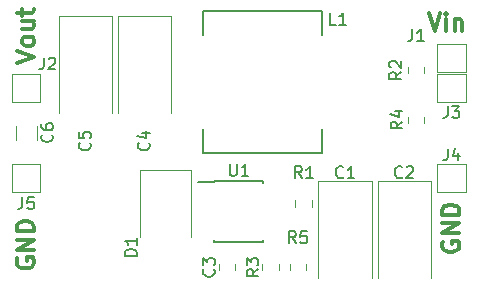
<source format=gbr>
G04 #@! TF.GenerationSoftware,KiCad,Pcbnew,5.0.2-bee76a0~70~ubuntu18.04.1*
G04 #@! TF.CreationDate,2019-06-05T16:51:15+03:00*
G04 #@! TF.ProjectId,mini_DCDC,6d696e69-5f44-4434-9443-2e6b69636164,rev?*
G04 #@! TF.SameCoordinates,Original*
G04 #@! TF.FileFunction,Legend,Top*
G04 #@! TF.FilePolarity,Positive*
%FSLAX46Y46*%
G04 Gerber Fmt 4.6, Leading zero omitted, Abs format (unit mm)*
G04 Created by KiCad (PCBNEW 5.0.2-bee76a0~70~ubuntu18.04.1) date Ср 05 июн 2019 16:51:15*
%MOMM*%
%LPD*%
G01*
G04 APERTURE LIST*
%ADD10C,0.300000*%
%ADD11C,0.120000*%
%ADD12C,0.150000*%
G04 APERTURE END LIST*
D10*
X51178571Y-79385714D02*
X52678571Y-78885714D01*
X51178571Y-78385714D01*
X52678571Y-77671428D02*
X52607142Y-77814285D01*
X52535714Y-77885714D01*
X52392857Y-77957142D01*
X51964285Y-77957142D01*
X51821428Y-77885714D01*
X51750000Y-77814285D01*
X51678571Y-77671428D01*
X51678571Y-77457142D01*
X51750000Y-77314285D01*
X51821428Y-77242857D01*
X51964285Y-77171428D01*
X52392857Y-77171428D01*
X52535714Y-77242857D01*
X52607142Y-77314285D01*
X52678571Y-77457142D01*
X52678571Y-77671428D01*
X51678571Y-75885714D02*
X52678571Y-75885714D01*
X51678571Y-76528571D02*
X52464285Y-76528571D01*
X52607142Y-76457142D01*
X52678571Y-76314285D01*
X52678571Y-76100000D01*
X52607142Y-75957142D01*
X52535714Y-75885714D01*
X51678571Y-75385714D02*
X51678571Y-74814285D01*
X51178571Y-75171428D02*
X52464285Y-75171428D01*
X52607142Y-75100000D01*
X52678571Y-74957142D01*
X52678571Y-74814285D01*
X51250000Y-95942857D02*
X51178571Y-96085714D01*
X51178571Y-96300000D01*
X51250000Y-96514285D01*
X51392857Y-96657142D01*
X51535714Y-96728571D01*
X51821428Y-96800000D01*
X52035714Y-96800000D01*
X52321428Y-96728571D01*
X52464285Y-96657142D01*
X52607142Y-96514285D01*
X52678571Y-96300000D01*
X52678571Y-96157142D01*
X52607142Y-95942857D01*
X52535714Y-95871428D01*
X52035714Y-95871428D01*
X52035714Y-96157142D01*
X52678571Y-95228571D02*
X51178571Y-95228571D01*
X52678571Y-94371428D01*
X51178571Y-94371428D01*
X52678571Y-93657142D02*
X51178571Y-93657142D01*
X51178571Y-93300000D01*
X51250000Y-93085714D01*
X51392857Y-92942857D01*
X51535714Y-92871428D01*
X51821428Y-92800000D01*
X52035714Y-92800000D01*
X52321428Y-92871428D01*
X52464285Y-92942857D01*
X52607142Y-93085714D01*
X52678571Y-93300000D01*
X52678571Y-93657142D01*
X87250000Y-94542857D02*
X87178571Y-94685714D01*
X87178571Y-94900000D01*
X87250000Y-95114285D01*
X87392857Y-95257142D01*
X87535714Y-95328571D01*
X87821428Y-95400000D01*
X88035714Y-95400000D01*
X88321428Y-95328571D01*
X88464285Y-95257142D01*
X88607142Y-95114285D01*
X88678571Y-94900000D01*
X88678571Y-94757142D01*
X88607142Y-94542857D01*
X88535714Y-94471428D01*
X88035714Y-94471428D01*
X88035714Y-94757142D01*
X88678571Y-93828571D02*
X87178571Y-93828571D01*
X88678571Y-92971428D01*
X87178571Y-92971428D01*
X88678571Y-92257142D02*
X87178571Y-92257142D01*
X87178571Y-91900000D01*
X87250000Y-91685714D01*
X87392857Y-91542857D01*
X87535714Y-91471428D01*
X87821428Y-91400000D01*
X88035714Y-91400000D01*
X88321428Y-91471428D01*
X88464285Y-91542857D01*
X88607142Y-91685714D01*
X88678571Y-91900000D01*
X88678571Y-92257142D01*
X86064285Y-75178571D02*
X86564285Y-76678571D01*
X87064285Y-75178571D01*
X87564285Y-76678571D02*
X87564285Y-75678571D01*
X87564285Y-75178571D02*
X87492857Y-75250000D01*
X87564285Y-75321428D01*
X87635714Y-75250000D01*
X87564285Y-75178571D01*
X87564285Y-75321428D01*
X88278571Y-75678571D02*
X88278571Y-76678571D01*
X88278571Y-75821428D02*
X88350000Y-75750000D01*
X88492857Y-75678571D01*
X88707142Y-75678571D01*
X88850000Y-75750000D01*
X88921428Y-75892857D01*
X88921428Y-76678571D01*
D11*
G04 #@! TO.C,C3*
X69710000Y-96438748D02*
X69710000Y-96961252D01*
X68290000Y-96438748D02*
X68290000Y-96961252D01*
G04 #@! TO.C,C6*
X52910000Y-84697936D02*
X52910000Y-85902064D01*
X51090000Y-84697936D02*
X51090000Y-85902064D01*
G04 #@! TO.C,C1*
X76740000Y-89415000D02*
X76740000Y-97650000D01*
X81260000Y-89415000D02*
X76740000Y-89415000D01*
X81260000Y-97650000D02*
X81260000Y-89415000D01*
G04 #@! TO.C,C2*
X86260000Y-97650000D02*
X86260000Y-89415000D01*
X86260000Y-89415000D02*
X81740000Y-89415000D01*
X81740000Y-89415000D02*
X81740000Y-97650000D01*
G04 #@! TO.C,C4*
X59740000Y-75415000D02*
X59740000Y-83650000D01*
X64260000Y-75415000D02*
X59740000Y-75415000D01*
X64260000Y-83650000D02*
X64260000Y-75415000D01*
G04 #@! TO.C,C5*
X59260000Y-83650000D02*
X59260000Y-75415000D01*
X59260000Y-75415000D02*
X54740000Y-75415000D01*
X54740000Y-75415000D02*
X54740000Y-83650000D01*
G04 #@! TO.C,D1*
X65950000Y-88450000D02*
X61650000Y-88450000D01*
X61650000Y-88450000D02*
X61650000Y-94150000D01*
X65950000Y-88450000D02*
X65950000Y-94150000D01*
D12*
G04 #@! TO.C,U1*
X67925000Y-89425000D02*
X67925000Y-89475000D01*
X72075000Y-89425000D02*
X72075000Y-89570000D01*
X72075000Y-94575000D02*
X72075000Y-94430000D01*
X67925000Y-94575000D02*
X67925000Y-94430000D01*
X67925000Y-89425000D02*
X72075000Y-89425000D01*
X67925000Y-94575000D02*
X72075000Y-94575000D01*
X67925000Y-89475000D02*
X66525000Y-89475000D01*
D11*
G04 #@! TO.C,R5*
X75710000Y-96438748D02*
X75710000Y-96961252D01*
X74290000Y-96438748D02*
X74290000Y-96961252D01*
G04 #@! TO.C,R4*
X84290000Y-83938748D02*
X84290000Y-84461252D01*
X85710000Y-83938748D02*
X85710000Y-84461252D01*
G04 #@! TO.C,R3*
X71990000Y-96961252D02*
X71990000Y-96438748D01*
X73410000Y-96961252D02*
X73410000Y-96438748D01*
G04 #@! TO.C,R1*
X76210000Y-91561252D02*
X76210000Y-91038748D01*
X74790000Y-91561252D02*
X74790000Y-91038748D01*
G04 #@! TO.C,R2*
X85710000Y-79738748D02*
X85710000Y-80261252D01*
X84290000Y-79738748D02*
X84290000Y-80261252D01*
G04 #@! TO.C,J5*
X50800000Y-87960000D02*
X53200000Y-87960000D01*
X53200000Y-87960000D02*
X53200000Y-90360000D01*
X53200000Y-90360000D02*
X50800000Y-90360000D01*
X50800000Y-90360000D02*
X50800000Y-87960000D01*
G04 #@! TO.C,J4*
X86800000Y-90360000D02*
X86800000Y-87960000D01*
X89200000Y-90360000D02*
X86800000Y-90360000D01*
X89200000Y-87960000D02*
X89200000Y-90360000D01*
X86800000Y-87960000D02*
X89200000Y-87960000D01*
G04 #@! TO.C,J3*
X86800000Y-80340000D02*
X89200000Y-80340000D01*
X89200000Y-80340000D02*
X89200000Y-82740000D01*
X89200000Y-82740000D02*
X86800000Y-82740000D01*
X86800000Y-82740000D02*
X86800000Y-80340000D01*
G04 #@! TO.C,J2*
X50800000Y-82740000D02*
X50800000Y-80340000D01*
X53200000Y-82740000D02*
X50800000Y-82740000D01*
X53200000Y-80340000D02*
X53200000Y-82740000D01*
X50800000Y-80340000D02*
X53200000Y-80340000D01*
G04 #@! TO.C,J1*
X86800000Y-77800000D02*
X89200000Y-77800000D01*
X89200000Y-77800000D02*
X89200000Y-80200000D01*
X89200000Y-80200000D02*
X86800000Y-80200000D01*
X86800000Y-80200000D02*
X86800000Y-77800000D01*
D12*
G04 #@! TO.C,L1*
X77000000Y-87000000D02*
X67000000Y-87000000D01*
X67000000Y-87000000D02*
X67000000Y-85000000D01*
X77000000Y-87000000D02*
X77000000Y-85000000D01*
X77000000Y-77000000D02*
X77000000Y-75000000D01*
X77000000Y-75000000D02*
X67000000Y-75000000D01*
X67000000Y-75000000D02*
X67000000Y-77000000D01*
G04 #@! TO.C,C3*
X67857142Y-96866666D02*
X67904761Y-96914285D01*
X67952380Y-97057142D01*
X67952380Y-97152380D01*
X67904761Y-97295238D01*
X67809523Y-97390476D01*
X67714285Y-97438095D01*
X67523809Y-97485714D01*
X67380952Y-97485714D01*
X67190476Y-97438095D01*
X67095238Y-97390476D01*
X67000000Y-97295238D01*
X66952380Y-97152380D01*
X66952380Y-97057142D01*
X67000000Y-96914285D01*
X67047619Y-96866666D01*
X66952380Y-96533333D02*
X66952380Y-95914285D01*
X67333333Y-96247619D01*
X67333333Y-96104761D01*
X67380952Y-96009523D01*
X67428571Y-95961904D01*
X67523809Y-95914285D01*
X67761904Y-95914285D01*
X67857142Y-95961904D01*
X67904761Y-96009523D01*
X67952380Y-96104761D01*
X67952380Y-96390476D01*
X67904761Y-96485714D01*
X67857142Y-96533333D01*
G04 #@! TO.C,C6*
X54157142Y-85466666D02*
X54204761Y-85514285D01*
X54252380Y-85657142D01*
X54252380Y-85752380D01*
X54204761Y-85895238D01*
X54109523Y-85990476D01*
X54014285Y-86038095D01*
X53823809Y-86085714D01*
X53680952Y-86085714D01*
X53490476Y-86038095D01*
X53395238Y-85990476D01*
X53300000Y-85895238D01*
X53252380Y-85752380D01*
X53252380Y-85657142D01*
X53300000Y-85514285D01*
X53347619Y-85466666D01*
X53252380Y-84609523D02*
X53252380Y-84800000D01*
X53300000Y-84895238D01*
X53347619Y-84942857D01*
X53490476Y-85038095D01*
X53680952Y-85085714D01*
X54061904Y-85085714D01*
X54157142Y-85038095D01*
X54204761Y-84990476D01*
X54252380Y-84895238D01*
X54252380Y-84704761D01*
X54204761Y-84609523D01*
X54157142Y-84561904D01*
X54061904Y-84514285D01*
X53823809Y-84514285D01*
X53728571Y-84561904D01*
X53680952Y-84609523D01*
X53633333Y-84704761D01*
X53633333Y-84895238D01*
X53680952Y-84990476D01*
X53728571Y-85038095D01*
X53823809Y-85085714D01*
G04 #@! TO.C,C1*
X78833333Y-89057142D02*
X78785714Y-89104761D01*
X78642857Y-89152380D01*
X78547619Y-89152380D01*
X78404761Y-89104761D01*
X78309523Y-89009523D01*
X78261904Y-88914285D01*
X78214285Y-88723809D01*
X78214285Y-88580952D01*
X78261904Y-88390476D01*
X78309523Y-88295238D01*
X78404761Y-88200000D01*
X78547619Y-88152380D01*
X78642857Y-88152380D01*
X78785714Y-88200000D01*
X78833333Y-88247619D01*
X79785714Y-89152380D02*
X79214285Y-89152380D01*
X79500000Y-89152380D02*
X79500000Y-88152380D01*
X79404761Y-88295238D01*
X79309523Y-88390476D01*
X79214285Y-88438095D01*
G04 #@! TO.C,C2*
X83833333Y-89057142D02*
X83785714Y-89104761D01*
X83642857Y-89152380D01*
X83547619Y-89152380D01*
X83404761Y-89104761D01*
X83309523Y-89009523D01*
X83261904Y-88914285D01*
X83214285Y-88723809D01*
X83214285Y-88580952D01*
X83261904Y-88390476D01*
X83309523Y-88295238D01*
X83404761Y-88200000D01*
X83547619Y-88152380D01*
X83642857Y-88152380D01*
X83785714Y-88200000D01*
X83833333Y-88247619D01*
X84214285Y-88247619D02*
X84261904Y-88200000D01*
X84357142Y-88152380D01*
X84595238Y-88152380D01*
X84690476Y-88200000D01*
X84738095Y-88247619D01*
X84785714Y-88342857D01*
X84785714Y-88438095D01*
X84738095Y-88580952D01*
X84166666Y-89152380D01*
X84785714Y-89152380D01*
G04 #@! TO.C,C4*
X62357142Y-86166666D02*
X62404761Y-86214285D01*
X62452380Y-86357142D01*
X62452380Y-86452380D01*
X62404761Y-86595238D01*
X62309523Y-86690476D01*
X62214285Y-86738095D01*
X62023809Y-86785714D01*
X61880952Y-86785714D01*
X61690476Y-86738095D01*
X61595238Y-86690476D01*
X61500000Y-86595238D01*
X61452380Y-86452380D01*
X61452380Y-86357142D01*
X61500000Y-86214285D01*
X61547619Y-86166666D01*
X61785714Y-85309523D02*
X62452380Y-85309523D01*
X61404761Y-85547619D02*
X62119047Y-85785714D01*
X62119047Y-85166666D01*
G04 #@! TO.C,C5*
X57357142Y-86166666D02*
X57404761Y-86214285D01*
X57452380Y-86357142D01*
X57452380Y-86452380D01*
X57404761Y-86595238D01*
X57309523Y-86690476D01*
X57214285Y-86738095D01*
X57023809Y-86785714D01*
X56880952Y-86785714D01*
X56690476Y-86738095D01*
X56595238Y-86690476D01*
X56500000Y-86595238D01*
X56452380Y-86452380D01*
X56452380Y-86357142D01*
X56500000Y-86214285D01*
X56547619Y-86166666D01*
X56452380Y-85261904D02*
X56452380Y-85738095D01*
X56928571Y-85785714D01*
X56880952Y-85738095D01*
X56833333Y-85642857D01*
X56833333Y-85404761D01*
X56880952Y-85309523D01*
X56928571Y-85261904D01*
X57023809Y-85214285D01*
X57261904Y-85214285D01*
X57357142Y-85261904D01*
X57404761Y-85309523D01*
X57452380Y-85404761D01*
X57452380Y-85642857D01*
X57404761Y-85738095D01*
X57357142Y-85785714D01*
G04 #@! TO.C,D1*
X61352380Y-95738095D02*
X60352380Y-95738095D01*
X60352380Y-95500000D01*
X60400000Y-95357142D01*
X60495238Y-95261904D01*
X60590476Y-95214285D01*
X60780952Y-95166666D01*
X60923809Y-95166666D01*
X61114285Y-95214285D01*
X61209523Y-95261904D01*
X61304761Y-95357142D01*
X61352380Y-95500000D01*
X61352380Y-95738095D01*
X61352380Y-94214285D02*
X61352380Y-94785714D01*
X61352380Y-94500000D02*
X60352380Y-94500000D01*
X60495238Y-94595238D01*
X60590476Y-94690476D01*
X60638095Y-94785714D01*
G04 #@! TO.C,U1*
X69238095Y-87952380D02*
X69238095Y-88761904D01*
X69285714Y-88857142D01*
X69333333Y-88904761D01*
X69428571Y-88952380D01*
X69619047Y-88952380D01*
X69714285Y-88904761D01*
X69761904Y-88857142D01*
X69809523Y-88761904D01*
X69809523Y-87952380D01*
X70809523Y-88952380D02*
X70238095Y-88952380D01*
X70523809Y-88952380D02*
X70523809Y-87952380D01*
X70428571Y-88095238D01*
X70333333Y-88190476D01*
X70238095Y-88238095D01*
G04 #@! TO.C,R5*
X74833333Y-94652380D02*
X74500000Y-94176190D01*
X74261904Y-94652380D02*
X74261904Y-93652380D01*
X74642857Y-93652380D01*
X74738095Y-93700000D01*
X74785714Y-93747619D01*
X74833333Y-93842857D01*
X74833333Y-93985714D01*
X74785714Y-94080952D01*
X74738095Y-94128571D01*
X74642857Y-94176190D01*
X74261904Y-94176190D01*
X75738095Y-93652380D02*
X75261904Y-93652380D01*
X75214285Y-94128571D01*
X75261904Y-94080952D01*
X75357142Y-94033333D01*
X75595238Y-94033333D01*
X75690476Y-94080952D01*
X75738095Y-94128571D01*
X75785714Y-94223809D01*
X75785714Y-94461904D01*
X75738095Y-94557142D01*
X75690476Y-94604761D01*
X75595238Y-94652380D01*
X75357142Y-94652380D01*
X75261904Y-94604761D01*
X75214285Y-94557142D01*
G04 #@! TO.C,R4*
X83852380Y-84366666D02*
X83376190Y-84700000D01*
X83852380Y-84938095D02*
X82852380Y-84938095D01*
X82852380Y-84557142D01*
X82900000Y-84461904D01*
X82947619Y-84414285D01*
X83042857Y-84366666D01*
X83185714Y-84366666D01*
X83280952Y-84414285D01*
X83328571Y-84461904D01*
X83376190Y-84557142D01*
X83376190Y-84938095D01*
X83185714Y-83509523D02*
X83852380Y-83509523D01*
X82804761Y-83747619D02*
X83519047Y-83985714D01*
X83519047Y-83366666D01*
G04 #@! TO.C,R3*
X71652380Y-96866666D02*
X71176190Y-97200000D01*
X71652380Y-97438095D02*
X70652380Y-97438095D01*
X70652380Y-97057142D01*
X70700000Y-96961904D01*
X70747619Y-96914285D01*
X70842857Y-96866666D01*
X70985714Y-96866666D01*
X71080952Y-96914285D01*
X71128571Y-96961904D01*
X71176190Y-97057142D01*
X71176190Y-97438095D01*
X70652380Y-96533333D02*
X70652380Y-95914285D01*
X71033333Y-96247619D01*
X71033333Y-96104761D01*
X71080952Y-96009523D01*
X71128571Y-95961904D01*
X71223809Y-95914285D01*
X71461904Y-95914285D01*
X71557142Y-95961904D01*
X71604761Y-96009523D01*
X71652380Y-96104761D01*
X71652380Y-96390476D01*
X71604761Y-96485714D01*
X71557142Y-96533333D01*
G04 #@! TO.C,R1*
X75333333Y-89152380D02*
X75000000Y-88676190D01*
X74761904Y-89152380D02*
X74761904Y-88152380D01*
X75142857Y-88152380D01*
X75238095Y-88200000D01*
X75285714Y-88247619D01*
X75333333Y-88342857D01*
X75333333Y-88485714D01*
X75285714Y-88580952D01*
X75238095Y-88628571D01*
X75142857Y-88676190D01*
X74761904Y-88676190D01*
X76285714Y-89152380D02*
X75714285Y-89152380D01*
X76000000Y-89152380D02*
X76000000Y-88152380D01*
X75904761Y-88295238D01*
X75809523Y-88390476D01*
X75714285Y-88438095D01*
G04 #@! TO.C,R2*
X83752380Y-80166666D02*
X83276190Y-80500000D01*
X83752380Y-80738095D02*
X82752380Y-80738095D01*
X82752380Y-80357142D01*
X82800000Y-80261904D01*
X82847619Y-80214285D01*
X82942857Y-80166666D01*
X83085714Y-80166666D01*
X83180952Y-80214285D01*
X83228571Y-80261904D01*
X83276190Y-80357142D01*
X83276190Y-80738095D01*
X82847619Y-79785714D02*
X82800000Y-79738095D01*
X82752380Y-79642857D01*
X82752380Y-79404761D01*
X82800000Y-79309523D01*
X82847619Y-79261904D01*
X82942857Y-79214285D01*
X83038095Y-79214285D01*
X83180952Y-79261904D01*
X83752380Y-79833333D01*
X83752380Y-79214285D01*
G04 #@! TO.C,J5*
X51666666Y-90752380D02*
X51666666Y-91466666D01*
X51619047Y-91609523D01*
X51523809Y-91704761D01*
X51380952Y-91752380D01*
X51285714Y-91752380D01*
X52619047Y-90752380D02*
X52142857Y-90752380D01*
X52095238Y-91228571D01*
X52142857Y-91180952D01*
X52238095Y-91133333D01*
X52476190Y-91133333D01*
X52571428Y-91180952D01*
X52619047Y-91228571D01*
X52666666Y-91323809D01*
X52666666Y-91561904D01*
X52619047Y-91657142D01*
X52571428Y-91704761D01*
X52476190Y-91752380D01*
X52238095Y-91752380D01*
X52142857Y-91704761D01*
X52095238Y-91657142D01*
G04 #@! TO.C,J4*
X87666666Y-86652380D02*
X87666666Y-87366666D01*
X87619047Y-87509523D01*
X87523809Y-87604761D01*
X87380952Y-87652380D01*
X87285714Y-87652380D01*
X88571428Y-86985714D02*
X88571428Y-87652380D01*
X88333333Y-86604761D02*
X88095238Y-87319047D01*
X88714285Y-87319047D01*
G04 #@! TO.C,J3*
X87666666Y-83052380D02*
X87666666Y-83766666D01*
X87619047Y-83909523D01*
X87523809Y-84004761D01*
X87380952Y-84052380D01*
X87285714Y-84052380D01*
X88047619Y-83052380D02*
X88666666Y-83052380D01*
X88333333Y-83433333D01*
X88476190Y-83433333D01*
X88571428Y-83480952D01*
X88619047Y-83528571D01*
X88666666Y-83623809D01*
X88666666Y-83861904D01*
X88619047Y-83957142D01*
X88571428Y-84004761D01*
X88476190Y-84052380D01*
X88190476Y-84052380D01*
X88095238Y-84004761D01*
X88047619Y-83957142D01*
G04 #@! TO.C,J2*
X53466666Y-78952380D02*
X53466666Y-79666666D01*
X53419047Y-79809523D01*
X53323809Y-79904761D01*
X53180952Y-79952380D01*
X53085714Y-79952380D01*
X53895238Y-79047619D02*
X53942857Y-79000000D01*
X54038095Y-78952380D01*
X54276190Y-78952380D01*
X54371428Y-79000000D01*
X54419047Y-79047619D01*
X54466666Y-79142857D01*
X54466666Y-79238095D01*
X54419047Y-79380952D01*
X53847619Y-79952380D01*
X54466666Y-79952380D01*
G04 #@! TO.C,J1*
X84666666Y-76552380D02*
X84666666Y-77266666D01*
X84619047Y-77409523D01*
X84523809Y-77504761D01*
X84380952Y-77552380D01*
X84285714Y-77552380D01*
X85666666Y-77552380D02*
X85095238Y-77552380D01*
X85380952Y-77552380D02*
X85380952Y-76552380D01*
X85285714Y-76695238D01*
X85190476Y-76790476D01*
X85095238Y-76838095D01*
G04 #@! TO.C,L1*
X78233333Y-76152380D02*
X77757142Y-76152380D01*
X77757142Y-75152380D01*
X79090476Y-76152380D02*
X78519047Y-76152380D01*
X78804761Y-76152380D02*
X78804761Y-75152380D01*
X78709523Y-75295238D01*
X78614285Y-75390476D01*
X78519047Y-75438095D01*
G04 #@! TD*
M02*

</source>
